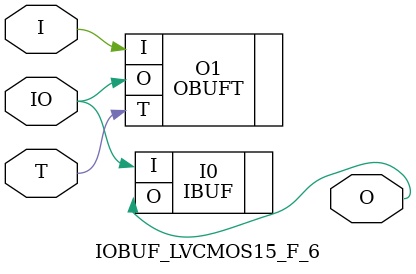
<source format=v>


`timescale  1 ps / 1 ps


module IOBUF_LVCMOS15_F_6 (O, IO, I, T);

    output O;

    inout  IO;

    input  I, T;

        OBUFT #(.IOSTANDARD("LVCMOS15"), .SLEW("FAST"), .DRIVE(6)) O1 (.O(IO), .I(I), .T(T)); 
	IBUF #(.IOSTANDARD("LVCMOS15"))  I0 (.O(O), .I(IO));
        

endmodule



</source>
